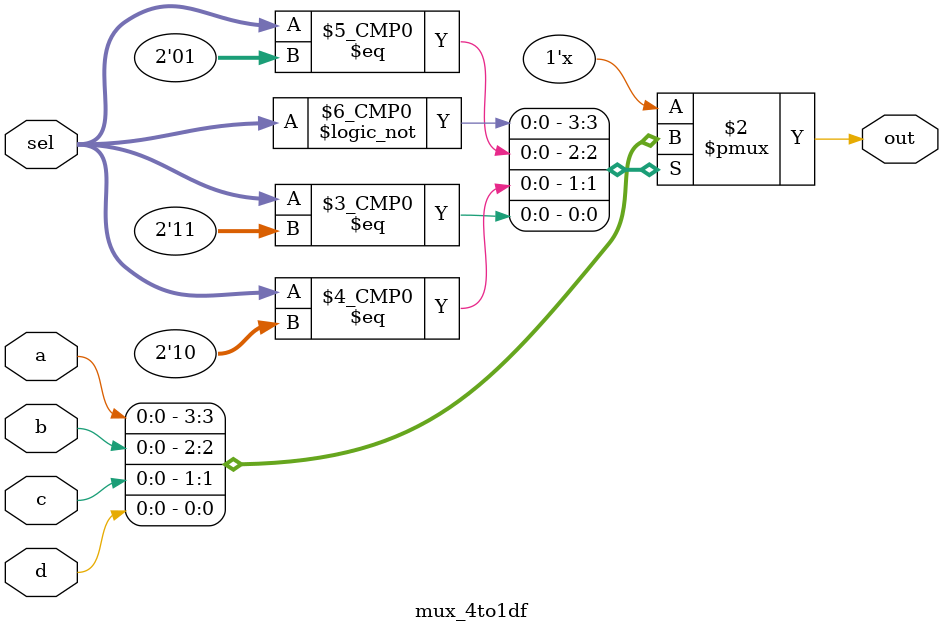
<source format=v>
`timescale 1ns / 1ps

module mux_4to1df(
    input           a,
    input           b,
    input           c,
    input           d,
    input   [1:0]   sel,
    output  reg   out
    );

    always @(*) begin
        case (sel)
            2'b00   :   out = a;
            2'b01   :   out = b;
            2'b10   :   out = c;
            2'b11   :   out = d; 
            default :   out = 1'bx;
        endcase
    end
    

endmodule

</source>
